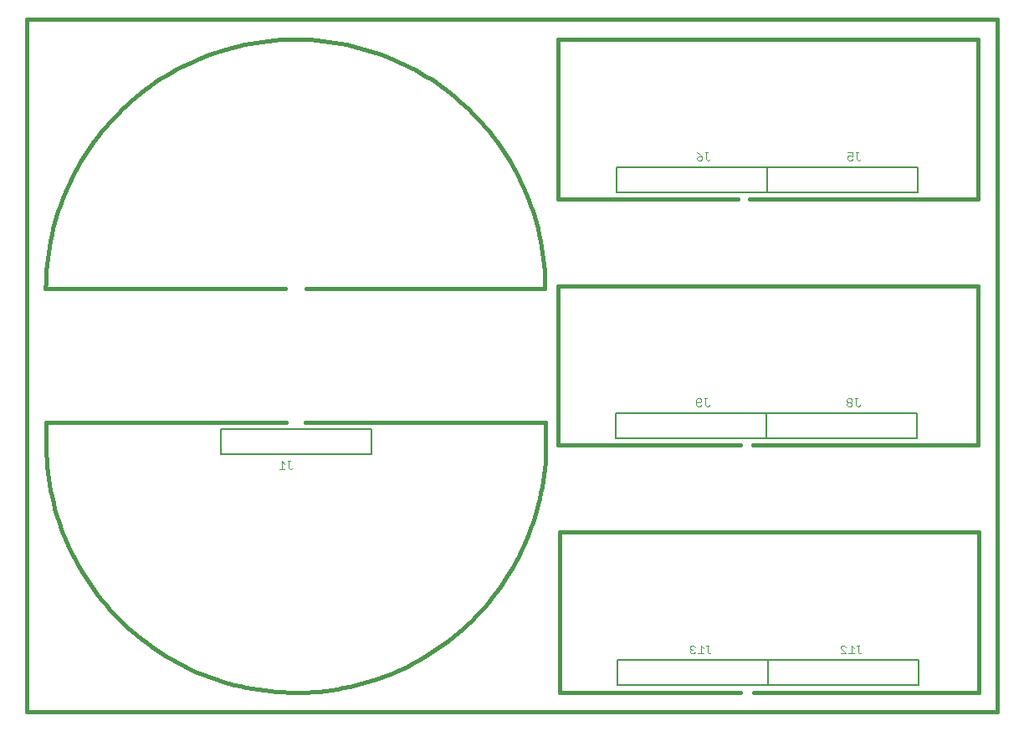
<source format=gbo>
G75*
%MOIN*%
%OFA0B0*%
%FSLAX25Y25*%
%IPPOS*%
%LPD*%
%AMOC8*
5,1,8,0,0,1.08239X$1,22.5*
%
%ADD10C,0.01600*%
%ADD11C,0.00500*%
%ADD12C,0.00400*%
D10*
X0001800Y0025623D02*
X0001800Y0301463D01*
X0388760Y0301463D01*
X0388760Y0025623D01*
X0001800Y0025623D01*
X0009689Y0138093D02*
X0009592Y0135653D01*
X0009554Y0133211D01*
X0009575Y0130769D01*
X0009657Y0128328D01*
X0009799Y0125890D01*
X0010000Y0123456D01*
X0010261Y0121028D01*
X0010581Y0118607D01*
X0010961Y0116195D01*
X0011399Y0113792D01*
X0011896Y0111401D01*
X0012452Y0109023D01*
X0013066Y0106659D01*
X0013738Y0104311D01*
X0014467Y0101981D01*
X0015253Y0099668D01*
X0016095Y0097376D01*
X0016994Y0095105D01*
X0017947Y0092857D01*
X0018956Y0090633D01*
X0020019Y0088434D01*
X0021135Y0086262D01*
X0022304Y0084118D01*
X0023526Y0082003D01*
X0024799Y0079919D01*
X0026123Y0077867D01*
X0027496Y0075848D01*
X0028919Y0073863D01*
X0030390Y0071913D01*
X0031908Y0070000D01*
X0033473Y0068125D01*
X0035083Y0066289D01*
X0036738Y0064493D01*
X0038436Y0062738D01*
X0040177Y0061025D01*
X0041959Y0059356D01*
X0043782Y0057730D01*
X0045644Y0056150D01*
X0047544Y0054616D01*
X0049481Y0053129D01*
X0051454Y0051690D01*
X0053462Y0050299D01*
X0055503Y0048958D01*
X0057576Y0047668D01*
X0059681Y0046429D01*
X0061815Y0045242D01*
X0063977Y0044107D01*
X0066167Y0043026D01*
X0068383Y0041999D01*
X0070623Y0041027D01*
X0072886Y0040110D01*
X0075172Y0039248D01*
X0077477Y0038443D01*
X0079802Y0037694D01*
X0082144Y0037003D01*
X0084503Y0036370D01*
X0086876Y0035794D01*
X0089263Y0035277D01*
X0091661Y0034818D01*
X0094071Y0034418D01*
X0096489Y0034078D01*
X0098915Y0033797D01*
X0101347Y0033575D01*
X0103784Y0033414D01*
X0106224Y0033311D01*
X0108665Y0033269D01*
X0111108Y0033287D01*
X0113548Y0033364D01*
X0115987Y0033502D01*
X0118421Y0033699D01*
X0120850Y0033956D01*
X0123271Y0034272D01*
X0125684Y0034647D01*
X0128087Y0035082D01*
X0130479Y0035575D01*
X0132858Y0036127D01*
X0135223Y0036736D01*
X0137572Y0037404D01*
X0139904Y0038129D01*
X0142218Y0038911D01*
X0144511Y0039750D01*
X0146784Y0040644D01*
X0149034Y0041594D01*
X0151260Y0042599D01*
X0153460Y0043658D01*
X0155634Y0044770D01*
X0157780Y0045936D01*
X0159897Y0047154D01*
X0161983Y0048423D01*
X0164038Y0049744D01*
X0166059Y0051114D01*
X0168047Y0052533D01*
X0169999Y0054001D01*
X0171914Y0055515D01*
X0173792Y0057077D01*
X0175631Y0058684D01*
X0177430Y0060336D01*
X0179188Y0062031D01*
X0180903Y0063769D01*
X0182576Y0065548D01*
X0184205Y0067368D01*
X0185788Y0069227D01*
X0187325Y0071125D01*
X0188816Y0073059D01*
X0190258Y0075030D01*
X0191652Y0077035D01*
X0192997Y0079074D01*
X0194290Y0081145D01*
X0195533Y0083248D01*
X0196724Y0085380D01*
X0197862Y0087540D01*
X0198947Y0089728D01*
X0199978Y0091942D01*
X0200954Y0094181D01*
X0201875Y0096443D01*
X0202741Y0098726D01*
X0203550Y0101030D01*
X0204302Y0103354D01*
X0204997Y0105695D01*
X0205635Y0108052D01*
X0206215Y0110425D01*
X0206736Y0112811D01*
X0207199Y0115208D01*
X0207603Y0117617D01*
X0207947Y0120035D01*
X0208232Y0122460D01*
X0208458Y0124892D01*
X0208624Y0127328D01*
X0208730Y0129768D01*
X0208777Y0132210D01*
X0208763Y0134652D01*
X0208690Y0137093D01*
X0208690Y0134843D02*
X0208690Y0140843D01*
X0208440Y0140843D02*
X0112940Y0140843D01*
X0105440Y0140843D02*
X0009940Y0140843D01*
X0009690Y0140843D02*
X0009690Y0138093D01*
X0009440Y0194093D02*
X0104940Y0194093D01*
X0009440Y0194093D02*
X0009470Y0196516D01*
X0009558Y0198937D01*
X0009705Y0201356D01*
X0009912Y0203770D01*
X0010177Y0206179D01*
X0010500Y0208580D01*
X0010882Y0210973D01*
X0011322Y0213356D01*
X0011820Y0215727D01*
X0012376Y0218086D01*
X0012989Y0220430D01*
X0013659Y0222759D01*
X0014385Y0225071D01*
X0015167Y0227364D01*
X0016005Y0229637D01*
X0016898Y0231890D01*
X0017846Y0234120D01*
X0018848Y0236326D01*
X0019903Y0238508D01*
X0021011Y0240663D01*
X0022171Y0242790D01*
X0023383Y0244889D01*
X0024645Y0246957D01*
X0025957Y0248994D01*
X0027319Y0250998D01*
X0028729Y0252969D01*
X0030186Y0254905D01*
X0031690Y0256804D01*
X0033240Y0258667D01*
X0034835Y0260491D01*
X0036474Y0262276D01*
X0038156Y0264020D01*
X0039880Y0265723D01*
X0041644Y0267384D01*
X0043449Y0269001D01*
X0045293Y0270573D01*
X0047174Y0272101D01*
X0049092Y0273582D01*
X0051045Y0275015D01*
X0053033Y0276401D01*
X0055054Y0277738D01*
X0057106Y0279026D01*
X0059190Y0280263D01*
X0061303Y0281448D01*
X0063444Y0282583D01*
X0065613Y0283664D01*
X0067807Y0284693D01*
X0070025Y0285667D01*
X0072267Y0286588D01*
X0074530Y0287454D01*
X0076813Y0288264D01*
X0079116Y0289018D01*
X0081436Y0289716D01*
X0083773Y0290358D01*
X0086125Y0290942D01*
X0088490Y0291469D01*
X0090867Y0291938D01*
X0093255Y0292349D01*
X0095652Y0292702D01*
X0098058Y0292996D01*
X0100469Y0293232D01*
X0102886Y0293409D01*
X0105306Y0293527D01*
X0107728Y0293586D01*
X0110152Y0293586D01*
X0112574Y0293527D01*
X0114994Y0293409D01*
X0117411Y0293232D01*
X0119822Y0292996D01*
X0122228Y0292702D01*
X0124625Y0292349D01*
X0127013Y0291938D01*
X0129390Y0291469D01*
X0131755Y0290942D01*
X0134107Y0290358D01*
X0136444Y0289716D01*
X0138764Y0289018D01*
X0141067Y0288264D01*
X0143350Y0287454D01*
X0145613Y0286588D01*
X0147855Y0285667D01*
X0150073Y0284693D01*
X0152267Y0283664D01*
X0154436Y0282583D01*
X0156577Y0281448D01*
X0158690Y0280263D01*
X0160774Y0279026D01*
X0162826Y0277738D01*
X0164847Y0276401D01*
X0166835Y0275015D01*
X0168788Y0273582D01*
X0170706Y0272101D01*
X0172587Y0270573D01*
X0174431Y0269001D01*
X0176236Y0267384D01*
X0178000Y0265723D01*
X0179724Y0264020D01*
X0181406Y0262276D01*
X0183045Y0260491D01*
X0184640Y0258667D01*
X0186190Y0256804D01*
X0187694Y0254905D01*
X0189151Y0252969D01*
X0190561Y0250998D01*
X0191923Y0248994D01*
X0193235Y0246957D01*
X0194497Y0244889D01*
X0195709Y0242790D01*
X0196869Y0240663D01*
X0197977Y0238508D01*
X0199032Y0236326D01*
X0200034Y0234120D01*
X0200982Y0231890D01*
X0201875Y0229637D01*
X0202713Y0227364D01*
X0203495Y0225071D01*
X0204221Y0222759D01*
X0204891Y0220430D01*
X0205504Y0218086D01*
X0206060Y0215727D01*
X0206558Y0213356D01*
X0206998Y0210973D01*
X0207380Y0208580D01*
X0207703Y0206179D01*
X0207968Y0203770D01*
X0208175Y0201356D01*
X0208322Y0198937D01*
X0208410Y0196516D01*
X0208440Y0194093D01*
X0113190Y0194093D01*
X0213690Y0195343D02*
X0213690Y0131843D01*
X0286190Y0131843D01*
X0291440Y0131843D02*
X0380940Y0131843D01*
X0380940Y0195343D01*
X0213690Y0195343D01*
X0213690Y0229843D02*
X0285440Y0229843D01*
X0289940Y0229843D02*
X0380940Y0229843D01*
X0380940Y0293593D01*
X0380690Y0293593D02*
X0213690Y0293593D01*
X0213690Y0229843D01*
X0214440Y0097093D02*
X0381440Y0097093D01*
X0381440Y0033343D01*
X0291690Y0033343D01*
X0286190Y0033343D02*
X0214190Y0033343D01*
X0214190Y0096843D01*
X0009440Y0194343D02*
X0009440Y0195343D01*
D11*
X0079190Y0138093D02*
X0079190Y0128093D01*
X0139190Y0128093D01*
X0139190Y0138093D01*
X0079190Y0138093D01*
X0236690Y0134593D02*
X0296690Y0134593D01*
X0296690Y0144593D01*
X0236690Y0144593D01*
X0236690Y0134593D01*
X0296690Y0134593D02*
X0356690Y0134593D01*
X0356690Y0144593D01*
X0296690Y0144593D01*
X0296690Y0134593D01*
X0297440Y0046093D02*
X0237440Y0046093D01*
X0237440Y0036093D01*
X0297440Y0036093D01*
X0297440Y0046093D01*
X0357440Y0046093D01*
X0357440Y0036093D01*
X0297440Y0036093D01*
X0297440Y0046093D01*
X0296940Y0232593D02*
X0236940Y0232593D01*
X0236940Y0242593D01*
X0296940Y0242593D01*
X0296940Y0232593D01*
X0356940Y0232593D01*
X0356940Y0242593D01*
X0296940Y0242593D01*
X0296940Y0232593D01*
D12*
X0274240Y0245810D02*
X0273723Y0245293D01*
X0273206Y0245293D01*
X0272689Y0245810D01*
X0272689Y0248395D01*
X0273206Y0248395D02*
X0272172Y0248395D01*
X0271017Y0246844D02*
X0269466Y0246844D01*
X0268949Y0246327D01*
X0268949Y0245810D01*
X0269466Y0245293D01*
X0270500Y0245293D01*
X0271017Y0245810D01*
X0271017Y0246844D01*
X0269983Y0247878D01*
X0268949Y0248395D01*
X0328949Y0248395D02*
X0331017Y0248395D01*
X0331017Y0246844D01*
X0329983Y0247361D01*
X0329466Y0247361D01*
X0328949Y0246844D01*
X0328949Y0245810D01*
X0329466Y0245293D01*
X0330500Y0245293D01*
X0331017Y0245810D01*
X0332689Y0245810D02*
X0332689Y0248395D01*
X0333206Y0248395D02*
X0332172Y0248395D01*
X0332689Y0245810D02*
X0333206Y0245293D01*
X0333723Y0245293D01*
X0334240Y0245810D01*
X0332956Y0150395D02*
X0331922Y0150395D01*
X0332439Y0150395D02*
X0332439Y0147810D01*
X0332956Y0147293D01*
X0333473Y0147293D01*
X0333990Y0147810D01*
X0330767Y0147810D02*
X0330250Y0147293D01*
X0329216Y0147293D01*
X0328699Y0147810D01*
X0328699Y0148327D01*
X0329216Y0148844D01*
X0330250Y0148844D01*
X0330767Y0149361D01*
X0330767Y0149878D01*
X0330250Y0150395D01*
X0329216Y0150395D01*
X0328699Y0149878D01*
X0328699Y0149361D01*
X0329216Y0148844D01*
X0330250Y0148844D02*
X0330767Y0148327D01*
X0330767Y0147810D01*
X0273990Y0147810D02*
X0273473Y0147293D01*
X0272956Y0147293D01*
X0272439Y0147810D01*
X0272439Y0150395D01*
X0272956Y0150395D02*
X0271922Y0150395D01*
X0270767Y0149878D02*
X0270767Y0149361D01*
X0270250Y0148844D01*
X0268699Y0148844D01*
X0268699Y0149878D02*
X0269216Y0150395D01*
X0270250Y0150395D01*
X0270767Y0149878D01*
X0268699Y0149878D02*
X0268699Y0147810D01*
X0269216Y0147293D01*
X0270250Y0147293D01*
X0270767Y0147810D01*
X0270483Y0051895D02*
X0270483Y0048793D01*
X0271517Y0048793D02*
X0269449Y0048793D01*
X0268295Y0049310D02*
X0267777Y0048793D01*
X0266743Y0048793D01*
X0266226Y0049310D01*
X0266226Y0049827D01*
X0266743Y0050344D01*
X0267260Y0050344D01*
X0266743Y0050344D02*
X0266226Y0050861D01*
X0266226Y0051378D01*
X0266743Y0051895D01*
X0267777Y0051895D01*
X0268295Y0051378D01*
X0270483Y0051895D02*
X0271517Y0050861D01*
X0272672Y0051895D02*
X0273706Y0051895D01*
X0273189Y0051895D02*
X0273189Y0049310D01*
X0273706Y0048793D01*
X0274223Y0048793D01*
X0274740Y0049310D01*
X0326226Y0048793D02*
X0328295Y0048793D01*
X0326226Y0050861D01*
X0326226Y0051378D01*
X0326743Y0051895D01*
X0327777Y0051895D01*
X0328295Y0051378D01*
X0330483Y0051895D02*
X0330483Y0048793D01*
X0331517Y0048793D02*
X0329449Y0048793D01*
X0331517Y0050861D02*
X0330483Y0051895D01*
X0332672Y0051895D02*
X0333706Y0051895D01*
X0333189Y0051895D02*
X0333189Y0049310D01*
X0333706Y0048793D01*
X0334223Y0048793D01*
X0334740Y0049310D01*
X0107935Y0122810D02*
X0107418Y0122293D01*
X0106901Y0122293D01*
X0106384Y0122810D01*
X0106384Y0125395D01*
X0106901Y0125395D02*
X0105867Y0125395D01*
X0104713Y0124361D02*
X0103679Y0125395D01*
X0103679Y0122293D01*
X0104713Y0122293D02*
X0102644Y0122293D01*
M02*

</source>
